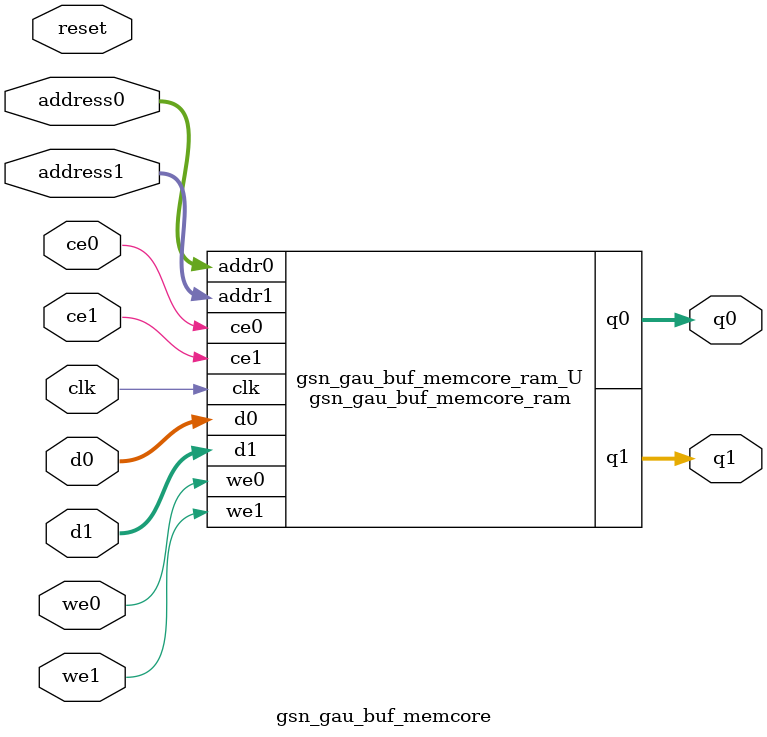
<source format=v>
`timescale 1 ns / 1 ps
module gsn_gau_buf_memcore_ram (addr0, ce0, d0, we0, q0, addr1, ce1, d1, we1, q1,  clk);

parameter DWIDTH = 8;
parameter AWIDTH = 19;
parameter MEM_SIZE = 524288;

input[AWIDTH-1:0] addr0;
input ce0;
input[DWIDTH-1:0] d0;
input we0;
output reg[DWIDTH-1:0] q0;
input[AWIDTH-1:0] addr1;
input ce1;
input[DWIDTH-1:0] d1;
input we1;
output reg[DWIDTH-1:0] q1;
input clk;

(* ram_style = "block" *)reg [DWIDTH-1:0] ram[0:MEM_SIZE-1];




always @(posedge clk)  
begin 
    if (ce0) begin
        if (we0) 
            ram[addr0] <= d0; 
        q0 <= ram[addr0];
    end
end


always @(posedge clk)  
begin 
    if (ce1) begin
        if (we1) 
            ram[addr1] <= d1; 
        q1 <= ram[addr1];
    end
end


endmodule

`timescale 1 ns / 1 ps
module gsn_gau_buf_memcore(
    reset,
    clk,
    address0,
    ce0,
    we0,
    d0,
    q0,
    address1,
    ce1,
    we1,
    d1,
    q1);

parameter DataWidth = 32'd8;
parameter AddressRange = 32'd524288;
parameter AddressWidth = 32'd19;
input reset;
input clk;
input[AddressWidth - 1:0] address0;
input ce0;
input we0;
input[DataWidth - 1:0] d0;
output[DataWidth - 1:0] q0;
input[AddressWidth - 1:0] address1;
input ce1;
input we1;
input[DataWidth - 1:0] d1;
output[DataWidth - 1:0] q1;



gsn_gau_buf_memcore_ram gsn_gau_buf_memcore_ram_U(
    .clk( clk ),
    .addr0( address0 ),
    .ce0( ce0 ),
    .we0( we0 ),
    .d0( d0 ),
    .q0( q0 ),
    .addr1( address1 ),
    .ce1( ce1 ),
    .we1( we1 ),
    .d1( d1 ),
    .q1( q1 ));

endmodule


</source>
